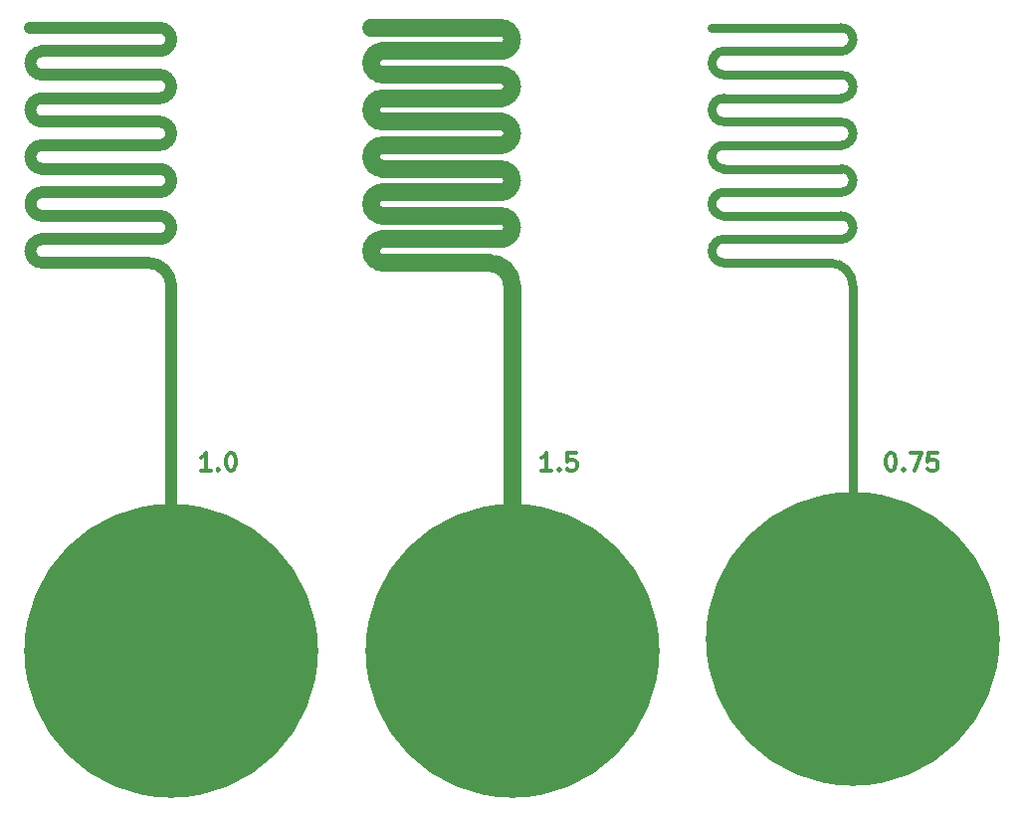
<source format=gbr>
G04 #@! TF.FileFunction,Copper,L1,Top,Signal*
%FSLAX46Y46*%
G04 Gerber Fmt 4.6, Leading zero omitted, Abs format (unit mm)*
G04 Created by KiCad (PCBNEW 4.0.6) date 08/26/19 09:50:47*
%MOMM*%
%LPD*%
G01*
G04 APERTURE LIST*
%ADD10C,0.100000*%
%ADD11C,0.300000*%
%ADD12C,1.000000*%
%ADD13C,1.500000*%
%ADD14C,0.750000*%
%ADD15C,25.000000*%
G04 APERTURE END LIST*
D10*
D11*
X151357143Y-87678571D02*
X150500000Y-87678571D01*
X150928572Y-87678571D02*
X150928572Y-86178571D01*
X150785715Y-86392857D01*
X150642857Y-86535714D01*
X150500000Y-86607143D01*
X152000000Y-87535714D02*
X152071428Y-87607143D01*
X152000000Y-87678571D01*
X151928571Y-87607143D01*
X152000000Y-87535714D01*
X152000000Y-87678571D01*
X153000000Y-86178571D02*
X153142857Y-86178571D01*
X153285714Y-86250000D01*
X153357143Y-86321429D01*
X153428572Y-86464286D01*
X153500000Y-86750000D01*
X153500000Y-87107143D01*
X153428572Y-87392857D01*
X153357143Y-87535714D01*
X153285714Y-87607143D01*
X153142857Y-87678571D01*
X153000000Y-87678571D01*
X152857143Y-87607143D01*
X152785714Y-87535714D01*
X152714286Y-87392857D01*
X152642857Y-87107143D01*
X152642857Y-86750000D01*
X152714286Y-86464286D01*
X152785714Y-86321429D01*
X152857143Y-86250000D01*
X153000000Y-86178571D01*
X209142858Y-86178571D02*
X209285715Y-86178571D01*
X209428572Y-86250000D01*
X209500001Y-86321429D01*
X209571430Y-86464286D01*
X209642858Y-86750000D01*
X209642858Y-87107143D01*
X209571430Y-87392857D01*
X209500001Y-87535714D01*
X209428572Y-87607143D01*
X209285715Y-87678571D01*
X209142858Y-87678571D01*
X209000001Y-87607143D01*
X208928572Y-87535714D01*
X208857144Y-87392857D01*
X208785715Y-87107143D01*
X208785715Y-86750000D01*
X208857144Y-86464286D01*
X208928572Y-86321429D01*
X209000001Y-86250000D01*
X209142858Y-86178571D01*
X210285715Y-87535714D02*
X210357143Y-87607143D01*
X210285715Y-87678571D01*
X210214286Y-87607143D01*
X210285715Y-87535714D01*
X210285715Y-87678571D01*
X210857144Y-86178571D02*
X211857144Y-86178571D01*
X211214287Y-87678571D01*
X213142858Y-86178571D02*
X212428572Y-86178571D01*
X212357143Y-86892857D01*
X212428572Y-86821429D01*
X212571429Y-86750000D01*
X212928572Y-86750000D01*
X213071429Y-86821429D01*
X213142858Y-86892857D01*
X213214286Y-87035714D01*
X213214286Y-87392857D01*
X213142858Y-87535714D01*
X213071429Y-87607143D01*
X212928572Y-87678571D01*
X212571429Y-87678571D01*
X212428572Y-87607143D01*
X212357143Y-87535714D01*
X180357143Y-87678571D02*
X179500000Y-87678571D01*
X179928572Y-87678571D02*
X179928572Y-86178571D01*
X179785715Y-86392857D01*
X179642857Y-86535714D01*
X179500000Y-86607143D01*
X181000000Y-87535714D02*
X181071428Y-87607143D01*
X181000000Y-87678571D01*
X180928571Y-87607143D01*
X181000000Y-87535714D01*
X181000000Y-87678571D01*
X182428572Y-86178571D02*
X181714286Y-86178571D01*
X181642857Y-86892857D01*
X181714286Y-86821429D01*
X181857143Y-86750000D01*
X182214286Y-86750000D01*
X182357143Y-86821429D01*
X182428572Y-86892857D01*
X182500000Y-87035714D01*
X182500000Y-87392857D01*
X182428572Y-87535714D01*
X182357143Y-87607143D01*
X182214286Y-87678571D01*
X181857143Y-87678571D01*
X181714286Y-87607143D01*
X181642857Y-87535714D01*
D12*
X147000000Y-50000000D02*
X136000000Y-50000000D01*
X147000000Y-64000000D02*
G75*
G03X148000000Y-63000000I0J1000000D01*
G01*
X148000000Y-63000000D02*
G75*
G03X147000000Y-62000000I-1000000J0D01*
G01*
X147000000Y-60000000D02*
G75*
G03X148000000Y-59000000I0J1000000D01*
G01*
X148000000Y-59000000D02*
G75*
G03X147000000Y-58000000I-1000000J0D01*
G01*
X147000000Y-56000000D02*
G75*
G03X148000000Y-55000000I0J1000000D01*
G01*
X148000000Y-55000000D02*
G75*
G03X147000000Y-54000000I-1000000J0D01*
G01*
X147000000Y-52000000D02*
G75*
G03X148000000Y-51000000I0J1000000D01*
G01*
X148000000Y-51000000D02*
G75*
G03X147000000Y-50000000I-1000000J0D01*
G01*
X137000000Y-52000000D02*
G75*
G03X136000000Y-53000000I0J-1000000D01*
G01*
X136000000Y-53000000D02*
G75*
G03X137000000Y-54000000I1000000J0D01*
G01*
X137000000Y-56000000D02*
G75*
G03X136000000Y-57000000I0J-1000000D01*
G01*
X136000000Y-57000000D02*
G75*
G03X137000000Y-58000000I1000000J0D01*
G01*
X137000000Y-60000000D02*
G75*
G03X136000000Y-61000000I0J-1000000D01*
G01*
X136000000Y-61000000D02*
G75*
G03X137000000Y-62000000I1000000J0D01*
G01*
X137000000Y-64000000D02*
G75*
G03X136000000Y-65000000I0J-1000000D01*
G01*
X136000000Y-65000000D02*
G75*
G03X137000000Y-66000000I1000000J0D01*
G01*
X137000000Y-52000000D02*
X147000000Y-52000000D01*
X137000000Y-54000000D02*
X147000000Y-54000000D01*
X137000000Y-56000000D02*
X147000000Y-56000000D01*
X137000000Y-58000000D02*
X147000000Y-58000000D01*
X137000000Y-60000000D02*
X147000000Y-60000000D01*
X137000000Y-62000000D02*
X147000000Y-62000000D01*
X137000000Y-64000000D02*
X147000000Y-64000000D01*
X147000000Y-66000000D02*
X137000000Y-66000000D01*
X137000000Y-68000000D02*
X147000000Y-68000000D01*
X146000000Y-70000000D02*
X137000000Y-70000000D01*
X148000000Y-67000000D02*
G75*
G03X147000000Y-66000000I-1000000J0D01*
G01*
X147000000Y-68000000D02*
G75*
G03X148000000Y-67000000I0J1000000D01*
G01*
X137000000Y-68000000D02*
G75*
G03X136000000Y-69000000I0J-1000000D01*
G01*
X136000000Y-69000000D02*
G75*
G03X137000000Y-70000000I1000000J0D01*
G01*
X148000000Y-72000000D02*
G75*
G03X146000000Y-70000000I-2000000J0D01*
G01*
X148000000Y-93000000D02*
X148000000Y-72000000D01*
D13*
X176000000Y-50000000D02*
X165000000Y-50000000D01*
X176000000Y-64000000D02*
G75*
G03X177000000Y-63000000I0J1000000D01*
G01*
X177000000Y-63000000D02*
G75*
G03X176000000Y-62000000I-1000000J0D01*
G01*
X176000000Y-60000000D02*
G75*
G03X177000000Y-59000000I0J1000000D01*
G01*
X177000000Y-59000000D02*
G75*
G03X176000000Y-58000000I-1000000J0D01*
G01*
X176000000Y-56000000D02*
G75*
G03X177000000Y-55000000I0J1000000D01*
G01*
X177000000Y-55000000D02*
G75*
G03X176000000Y-54000000I-1000000J0D01*
G01*
X176000000Y-52000000D02*
G75*
G03X177000000Y-51000000I0J1000000D01*
G01*
X177000000Y-51000000D02*
G75*
G03X176000000Y-50000000I-1000000J0D01*
G01*
X166000000Y-52000000D02*
G75*
G03X165000000Y-53000000I0J-1000000D01*
G01*
X165000000Y-53000000D02*
G75*
G03X166000000Y-54000000I1000000J0D01*
G01*
X166000000Y-56000000D02*
G75*
G03X165000000Y-57000000I0J-1000000D01*
G01*
X165000000Y-57000000D02*
G75*
G03X166000000Y-58000000I1000000J0D01*
G01*
X166000000Y-60000000D02*
G75*
G03X165000000Y-61000000I0J-1000000D01*
G01*
X165000000Y-61000000D02*
G75*
G03X166000000Y-62000000I1000000J0D01*
G01*
X166000000Y-64000000D02*
G75*
G03X165000000Y-65000000I0J-1000000D01*
G01*
X165000000Y-65000000D02*
G75*
G03X166000000Y-66000000I1000000J0D01*
G01*
X166000000Y-52000000D02*
X176000000Y-52000000D01*
X166000000Y-54000000D02*
X176000000Y-54000000D01*
X166000000Y-56000000D02*
X176000000Y-56000000D01*
X166000000Y-58000000D02*
X176000000Y-58000000D01*
X166000000Y-60000000D02*
X176000000Y-60000000D01*
X166000000Y-62000000D02*
X176000000Y-62000000D01*
X166000000Y-64000000D02*
X176000000Y-64000000D01*
X176000000Y-66000000D02*
X166000000Y-66000000D01*
X166000000Y-68000000D02*
X176000000Y-68000000D01*
X175000000Y-70000000D02*
X166000000Y-70000000D01*
X177000000Y-67000000D02*
G75*
G03X176000000Y-66000000I-1000000J0D01*
G01*
X176000000Y-68000000D02*
G75*
G03X177000000Y-67000000I0J1000000D01*
G01*
X166000000Y-68000000D02*
G75*
G03X165000000Y-69000000I0J-1000000D01*
G01*
X165000000Y-69000000D02*
G75*
G03X166000000Y-70000000I1000000J0D01*
G01*
X177000000Y-72000000D02*
G75*
G03X175000000Y-70000000I-2000000J0D01*
G01*
X177000000Y-93000000D02*
X177000000Y-72000000D01*
D14*
X205000000Y-50000000D02*
X194000000Y-50000000D01*
X205000000Y-64000000D02*
G75*
G03X206000000Y-63000000I0J1000000D01*
G01*
X206000000Y-63000000D02*
G75*
G03X205000000Y-62000000I-1000000J0D01*
G01*
X205000000Y-60000000D02*
G75*
G03X206000000Y-59000000I0J1000000D01*
G01*
X206000000Y-59000000D02*
G75*
G03X205000000Y-58000000I-1000000J0D01*
G01*
X205000000Y-56000000D02*
G75*
G03X206000000Y-55000000I0J1000000D01*
G01*
X206000000Y-55000000D02*
G75*
G03X205000000Y-54000000I-1000000J0D01*
G01*
X205000000Y-52000000D02*
G75*
G03X206000000Y-51000000I0J1000000D01*
G01*
X206000000Y-51000000D02*
G75*
G03X205000000Y-50000000I-1000000J0D01*
G01*
X195000000Y-52000000D02*
G75*
G03X194000000Y-53000000I0J-1000000D01*
G01*
X194000000Y-53000000D02*
G75*
G03X195000000Y-54000000I1000000J0D01*
G01*
X195000000Y-56000000D02*
G75*
G03X194000000Y-57000000I0J-1000000D01*
G01*
X194000000Y-57000000D02*
G75*
G03X195000000Y-58000000I1000000J0D01*
G01*
X195000000Y-60000000D02*
G75*
G03X194000000Y-61000000I0J-1000000D01*
G01*
X194000000Y-61000000D02*
G75*
G03X195000000Y-62000000I1000000J0D01*
G01*
X195000000Y-64000000D02*
G75*
G03X194000000Y-65000000I0J-1000000D01*
G01*
X194000000Y-65000000D02*
G75*
G03X195000000Y-66000000I1000000J0D01*
G01*
X195000000Y-52000000D02*
X205000000Y-52000000D01*
X195000000Y-54000000D02*
X205000000Y-54000000D01*
X195000000Y-56000000D02*
X205000000Y-56000000D01*
X195000000Y-58000000D02*
X205000000Y-58000000D01*
X195000000Y-60000000D02*
X205000000Y-60000000D01*
X195000000Y-62000000D02*
X205000000Y-62000000D01*
X195000000Y-64000000D02*
X205000000Y-64000000D01*
X205000000Y-66000000D02*
X195000000Y-66000000D01*
X195000000Y-68000000D02*
X205000000Y-68000000D01*
X204000000Y-70000000D02*
X195000000Y-70000000D01*
X206000000Y-67000000D02*
G75*
G03X205000000Y-66000000I-1000000J0D01*
G01*
X205000000Y-68000000D02*
G75*
G03X206000000Y-67000000I0J1000000D01*
G01*
X195000000Y-68000000D02*
G75*
G03X194000000Y-69000000I0J-1000000D01*
G01*
X194000000Y-69000000D02*
G75*
G03X195000000Y-70000000I1000000J0D01*
G01*
X206000000Y-72000000D02*
G75*
G03X204000000Y-70000000I-2000000J0D01*
G01*
X206000000Y-93000000D02*
X206000000Y-72000000D01*
D15*
X206000000Y-102000000D03*
X177000000Y-103000000D03*
X148000000Y-103000000D03*
M02*

</source>
